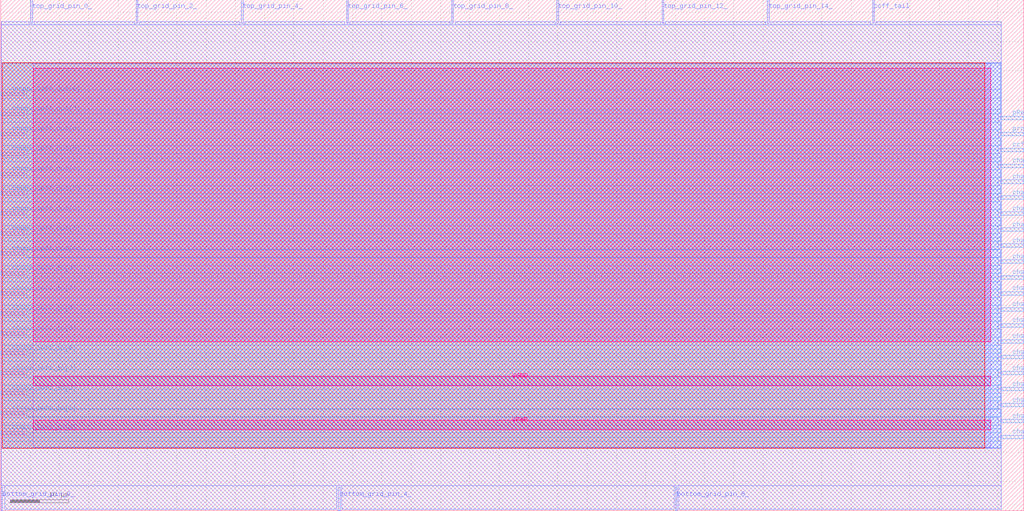
<source format=lef>
VERSION 5.7 ;
  NAMESCASESENSITIVE ON ;
  NOWIREEXTENSIONATPIN ON ;
  DIVIDERCHAR "/" ;
  BUSBITCHARS "[]" ;
UNITS
  DATABASE MICRONS 200 ;
END UNITS

MACRO cbx_1__3_
  CLASS BLOCK ;
  FOREIGN cbx_1__3_ ;
  ORIGIN 0.000 0.000 ;
  SIZE 174.480 BY 87.135 ;
  PIN chanx_left_in[0]
    DIRECTION INPUT ;
    PORT
      LAYER met3 ;
        RECT 0.000 12.960 4.000 13.560 ;
    END
  END chanx_left_in[0]
  PIN chanx_left_in[1]
    DIRECTION INPUT ;
    PORT
      LAYER met3 ;
        RECT 0.000 16.360 4.000 16.960 ;
    END
  END chanx_left_in[1]
  PIN chanx_left_in[2]
    DIRECTION INPUT ;
    PORT
      LAYER met3 ;
        RECT 0.000 19.760 4.000 20.360 ;
    END
  END chanx_left_in[2]
  PIN chanx_left_in[3]
    DIRECTION INPUT ;
    PORT
      LAYER met3 ;
        RECT 0.000 23.160 4.000 23.760 ;
    END
  END chanx_left_in[3]
  PIN chanx_left_in[4]
    DIRECTION INPUT ;
    PORT
      LAYER met3 ;
        RECT 0.000 26.560 4.000 27.160 ;
    END
  END chanx_left_in[4]
  PIN chanx_left_in[5]
    DIRECTION INPUT ;
    PORT
      LAYER met3 ;
        RECT 0.000 29.960 4.000 30.560 ;
    END
  END chanx_left_in[5]
  PIN chanx_left_in[6]
    DIRECTION INPUT ;
    PORT
      LAYER met3 ;
        RECT 0.000 33.360 4.000 33.960 ;
    END
  END chanx_left_in[6]
  PIN chanx_left_in[7]
    DIRECTION INPUT ;
    PORT
      LAYER met3 ;
        RECT 0.000 36.760 4.000 37.360 ;
    END
  END chanx_left_in[7]
  PIN chanx_left_in[8]
    DIRECTION INPUT ;
    PORT
      LAYER met3 ;
        RECT 0.000 40.160 4.000 40.760 ;
    END
  END chanx_left_in[8]
  PIN chanx_left_out[0]
    DIRECTION OUTPUT TRISTATE ;
    PORT
      LAYER met3 ;
        RECT 0.000 43.560 4.000 44.160 ;
    END
  END chanx_left_out[0]
  PIN chanx_left_out[1]
    DIRECTION OUTPUT TRISTATE ;
    PORT
      LAYER met3 ;
        RECT 0.000 46.960 4.000 47.560 ;
    END
  END chanx_left_out[1]
  PIN chanx_left_out[2]
    DIRECTION OUTPUT TRISTATE ;
    PORT
      LAYER met3 ;
        RECT 0.000 50.360 4.000 50.960 ;
    END
  END chanx_left_out[2]
  PIN chanx_left_out[3]
    DIRECTION OUTPUT TRISTATE ;
    PORT
      LAYER met3 ;
        RECT 0.000 53.760 4.000 54.360 ;
    END
  END chanx_left_out[3]
  PIN chanx_left_out[4]
    DIRECTION OUTPUT TRISTATE ;
    PORT
      LAYER met3 ;
        RECT 0.000 57.160 4.000 57.760 ;
    END
  END chanx_left_out[4]
  PIN chanx_left_out[5]
    DIRECTION OUTPUT TRISTATE ;
    PORT
      LAYER met3 ;
        RECT 0.000 60.560 4.000 61.160 ;
    END
  END chanx_left_out[5]
  PIN chanx_left_out[6]
    DIRECTION OUTPUT TRISTATE ;
    PORT
      LAYER met3 ;
        RECT 0.000 63.960 4.000 64.560 ;
    END
  END chanx_left_out[6]
  PIN chanx_left_out[7]
    DIRECTION OUTPUT TRISTATE ;
    PORT
      LAYER met3 ;
        RECT 0.000 67.360 4.000 67.960 ;
    END
  END chanx_left_out[7]
  PIN chanx_left_out[8]
    DIRECTION OUTPUT TRISTATE ;
    PORT
      LAYER met3 ;
        RECT 0.000 70.760 4.000 71.360 ;
    END
  END chanx_left_out[8]
  PIN top_grid_pin_0_
    DIRECTION OUTPUT TRISTATE ;
    PORT
      LAYER met2 ;
        RECT 5.150 83.135 5.430 87.135 ;
    END
  END top_grid_pin_0_
  PIN top_grid_pin_2_
    DIRECTION OUTPUT TRISTATE ;
    PORT
      LAYER met2 ;
        RECT 23.090 83.135 23.370 87.135 ;
    END
  END top_grid_pin_2_
  PIN top_grid_pin_4_
    DIRECTION OUTPUT TRISTATE ;
    PORT
      LAYER met2 ;
        RECT 41.030 83.135 41.310 87.135 ;
    END
  END top_grid_pin_4_
  PIN top_grid_pin_6_
    DIRECTION OUTPUT TRISTATE ;
    PORT
      LAYER met2 ;
        RECT 58.970 83.135 59.250 87.135 ;
    END
  END top_grid_pin_6_
  PIN top_grid_pin_8_
    DIRECTION OUTPUT TRISTATE ;
    PORT
      LAYER met2 ;
        RECT 76.910 83.135 77.190 87.135 ;
    END
  END top_grid_pin_8_
  PIN top_grid_pin_10_
    DIRECTION OUTPUT TRISTATE ;
    PORT
      LAYER met2 ;
        RECT 94.850 83.135 95.130 87.135 ;
    END
  END top_grid_pin_10_
  PIN top_grid_pin_12_
    DIRECTION OUTPUT TRISTATE ;
    PORT
      LAYER met2 ;
        RECT 112.790 83.135 113.070 87.135 ;
    END
  END top_grid_pin_12_
  PIN top_grid_pin_14_
    DIRECTION OUTPUT TRISTATE ;
    PORT
      LAYER met2 ;
        RECT 130.730 83.135 131.010 87.135 ;
    END
  END top_grid_pin_14_
  PIN ccff_tail
    DIRECTION OUTPUT TRISTATE ;
    PORT
      LAYER met2 ;
        RECT 148.670 83.135 148.950 87.135 ;
    END
  END ccff_tail
  PIN chanx_right_in[0]
    DIRECTION INPUT ;
    PORT
      LAYER met3 ;
        RECT 170.480 12.280 174.480 12.880 ;
    END
  END chanx_right_in[0]
  PIN chanx_right_in[1]
    DIRECTION INPUT ;
    PORT
      LAYER met3 ;
        RECT 170.480 15.000 174.480 15.600 ;
    END
  END chanx_right_in[1]
  PIN chanx_right_in[2]
    DIRECTION INPUT ;
    PORT
      LAYER met3 ;
        RECT 170.480 17.720 174.480 18.320 ;
    END
  END chanx_right_in[2]
  PIN chanx_right_in[3]
    DIRECTION INPUT ;
    PORT
      LAYER met3 ;
        RECT 170.480 20.440 174.480 21.040 ;
    END
  END chanx_right_in[3]
  PIN chanx_right_in[4]
    DIRECTION INPUT ;
    PORT
      LAYER met3 ;
        RECT 170.480 23.160 174.480 23.760 ;
    END
  END chanx_right_in[4]
  PIN chanx_right_in[5]
    DIRECTION INPUT ;
    PORT
      LAYER met3 ;
        RECT 170.480 25.880 174.480 26.480 ;
    END
  END chanx_right_in[5]
  PIN chanx_right_in[6]
    DIRECTION INPUT ;
    PORT
      LAYER met3 ;
        RECT 170.480 28.600 174.480 29.200 ;
    END
  END chanx_right_in[6]
  PIN chanx_right_in[7]
    DIRECTION INPUT ;
    PORT
      LAYER met3 ;
        RECT 170.480 31.320 174.480 31.920 ;
    END
  END chanx_right_in[7]
  PIN chanx_right_in[8]
    DIRECTION INPUT ;
    PORT
      LAYER met3 ;
        RECT 170.480 34.040 174.480 34.640 ;
    END
  END chanx_right_in[8]
  PIN chanx_right_out[0]
    DIRECTION OUTPUT TRISTATE ;
    PORT
      LAYER met3 ;
        RECT 170.480 36.760 174.480 37.360 ;
    END
  END chanx_right_out[0]
  PIN chanx_right_out[1]
    DIRECTION OUTPUT TRISTATE ;
    PORT
      LAYER met3 ;
        RECT 170.480 39.480 174.480 40.080 ;
    END
  END chanx_right_out[1]
  PIN chanx_right_out[2]
    DIRECTION OUTPUT TRISTATE ;
    PORT
      LAYER met3 ;
        RECT 170.480 42.200 174.480 42.800 ;
    END
  END chanx_right_out[2]
  PIN chanx_right_out[3]
    DIRECTION OUTPUT TRISTATE ;
    PORT
      LAYER met3 ;
        RECT 170.480 44.920 174.480 45.520 ;
    END
  END chanx_right_out[3]
  PIN chanx_right_out[4]
    DIRECTION OUTPUT TRISTATE ;
    PORT
      LAYER met3 ;
        RECT 170.480 47.640 174.480 48.240 ;
    END
  END chanx_right_out[4]
  PIN chanx_right_out[5]
    DIRECTION OUTPUT TRISTATE ;
    PORT
      LAYER met3 ;
        RECT 170.480 50.360 174.480 50.960 ;
    END
  END chanx_right_out[5]
  PIN chanx_right_out[6]
    DIRECTION OUTPUT TRISTATE ;
    PORT
      LAYER met3 ;
        RECT 170.480 53.080 174.480 53.680 ;
    END
  END chanx_right_out[6]
  PIN chanx_right_out[7]
    DIRECTION OUTPUT TRISTATE ;
    PORT
      LAYER met3 ;
        RECT 170.480 55.800 174.480 56.400 ;
    END
  END chanx_right_out[7]
  PIN chanx_right_out[8]
    DIRECTION OUTPUT TRISTATE ;
    PORT
      LAYER met3 ;
        RECT 170.480 58.520 174.480 59.120 ;
    END
  END chanx_right_out[8]
  PIN ccff_head
    DIRECTION INPUT ;
    PORT
      LAYER met3 ;
        RECT 170.480 61.240 174.480 61.840 ;
    END
  END ccff_head
  PIN prog_clk
    DIRECTION INPUT ;
    PORT
      LAYER met3 ;
        RECT 170.480 63.960 174.480 64.560 ;
    END
  END prog_clk
  PIN pReset
    DIRECTION INPUT ;
    PORT
      LAYER met3 ;
        RECT 170.480 66.680 174.480 67.280 ;
    END
  END pReset
  PIN bottom_grid_pin_0_
    DIRECTION OUTPUT TRISTATE ;
    PORT
      LAYER met2 ;
        RECT 0.090 0.000 0.370 4.000 ;
    END
  END bottom_grid_pin_0_
  PIN bottom_grid_pin_4_
    DIRECTION OUTPUT TRISTATE ;
    PORT
      LAYER met2 ;
        RECT 57.590 0.000 57.870 4.000 ;
    END
  END bottom_grid_pin_4_
  PIN bottom_grid_pin_8_
    DIRECTION OUTPUT TRISTATE ;
    PORT
      LAYER met2 ;
        RECT 115.090 0.000 115.370 4.000 ;
    END
  END bottom_grid_pin_8_
  PIN VPWR
    DIRECTION INPUT ;
    USE POWER ;
    PORT
      LAYER met5 ;
        RECT 5.520 13.840 168.820 15.440 ;
    END
  END VPWR
  PIN VGND
    DIRECTION INPUT ;
    USE GROUND ;
    PORT
      LAYER met5 ;
        RECT 5.520 21.340 168.820 22.940 ;
    END
  END VGND
  OBS
      LAYER li1 ;
        RECT 5.520 10.795 168.820 76.245 ;
      LAYER met1 ;
        RECT 0.070 10.640 170.590 76.400 ;
      LAYER met2 ;
        RECT 0.090 82.855 4.870 83.370 ;
        RECT 5.710 82.855 22.810 83.370 ;
        RECT 23.650 82.855 40.750 83.370 ;
        RECT 41.590 82.855 58.690 83.370 ;
        RECT 59.530 82.855 76.630 83.370 ;
        RECT 77.470 82.855 94.570 83.370 ;
        RECT 95.410 82.855 112.510 83.370 ;
        RECT 113.350 82.855 130.450 83.370 ;
        RECT 131.290 82.855 148.390 83.370 ;
        RECT 149.230 82.855 170.570 83.370 ;
        RECT 0.090 4.280 170.570 82.855 ;
        RECT 0.650 0.270 57.310 4.280 ;
        RECT 58.150 0.270 114.810 4.280 ;
        RECT 115.650 0.270 170.570 4.280 ;
      LAYER met3 ;
        RECT 0.270 71.760 170.480 76.325 ;
        RECT 4.400 70.360 170.480 71.760 ;
        RECT 0.270 68.360 170.480 70.360 ;
        RECT 4.400 67.680 170.480 68.360 ;
        RECT 4.400 66.960 170.080 67.680 ;
        RECT 0.270 66.280 170.080 66.960 ;
        RECT 0.270 64.960 170.480 66.280 ;
        RECT 4.400 63.560 170.080 64.960 ;
        RECT 0.270 62.240 170.480 63.560 ;
        RECT 0.270 61.560 170.080 62.240 ;
        RECT 4.400 60.840 170.080 61.560 ;
        RECT 4.400 60.160 170.480 60.840 ;
        RECT 0.270 59.520 170.480 60.160 ;
        RECT 0.270 58.160 170.080 59.520 ;
        RECT 4.400 58.120 170.080 58.160 ;
        RECT 4.400 56.800 170.480 58.120 ;
        RECT 4.400 56.760 170.080 56.800 ;
        RECT 0.270 55.400 170.080 56.760 ;
        RECT 0.270 54.760 170.480 55.400 ;
        RECT 4.400 54.080 170.480 54.760 ;
        RECT 4.400 53.360 170.080 54.080 ;
        RECT 0.270 52.680 170.080 53.360 ;
        RECT 0.270 51.360 170.480 52.680 ;
        RECT 4.400 49.960 170.080 51.360 ;
        RECT 0.270 48.640 170.480 49.960 ;
        RECT 0.270 47.960 170.080 48.640 ;
        RECT 4.400 47.240 170.080 47.960 ;
        RECT 4.400 46.560 170.480 47.240 ;
        RECT 0.270 45.920 170.480 46.560 ;
        RECT 0.270 44.560 170.080 45.920 ;
        RECT 4.400 44.520 170.080 44.560 ;
        RECT 4.400 43.200 170.480 44.520 ;
        RECT 4.400 43.160 170.080 43.200 ;
        RECT 0.270 41.800 170.080 43.160 ;
        RECT 0.270 41.160 170.480 41.800 ;
        RECT 4.400 40.480 170.480 41.160 ;
        RECT 4.400 39.760 170.080 40.480 ;
        RECT 0.270 39.080 170.080 39.760 ;
        RECT 0.270 37.760 170.480 39.080 ;
        RECT 4.400 36.360 170.080 37.760 ;
        RECT 0.270 35.040 170.480 36.360 ;
        RECT 0.270 34.360 170.080 35.040 ;
        RECT 4.400 33.640 170.080 34.360 ;
        RECT 4.400 32.960 170.480 33.640 ;
        RECT 0.270 32.320 170.480 32.960 ;
        RECT 0.270 30.960 170.080 32.320 ;
        RECT 4.400 30.920 170.080 30.960 ;
        RECT 4.400 29.600 170.480 30.920 ;
        RECT 4.400 29.560 170.080 29.600 ;
        RECT 0.270 28.200 170.080 29.560 ;
        RECT 0.270 27.560 170.480 28.200 ;
        RECT 4.400 26.880 170.480 27.560 ;
        RECT 4.400 26.160 170.080 26.880 ;
        RECT 0.270 25.480 170.080 26.160 ;
        RECT 0.270 24.160 170.480 25.480 ;
        RECT 4.400 22.760 170.080 24.160 ;
        RECT 0.270 21.440 170.480 22.760 ;
        RECT 0.270 20.760 170.080 21.440 ;
        RECT 4.400 20.040 170.080 20.760 ;
        RECT 4.400 19.360 170.480 20.040 ;
        RECT 0.270 18.720 170.480 19.360 ;
        RECT 0.270 17.360 170.080 18.720 ;
        RECT 4.400 17.320 170.080 17.360 ;
        RECT 4.400 16.000 170.480 17.320 ;
        RECT 4.400 15.960 170.080 16.000 ;
        RECT 0.270 14.600 170.080 15.960 ;
        RECT 0.270 13.960 170.480 14.600 ;
        RECT 4.400 13.280 170.480 13.960 ;
        RECT 4.400 12.560 170.080 13.280 ;
        RECT 0.270 11.880 170.080 12.560 ;
        RECT 0.270 10.715 170.480 11.880 ;
      LAYER met4 ;
        RECT 0.295 10.640 167.820 76.400 ;
      LAYER met5 ;
        RECT 5.520 28.840 168.820 75.440 ;
  END
END cbx_1__3_
END LIBRARY


</source>
